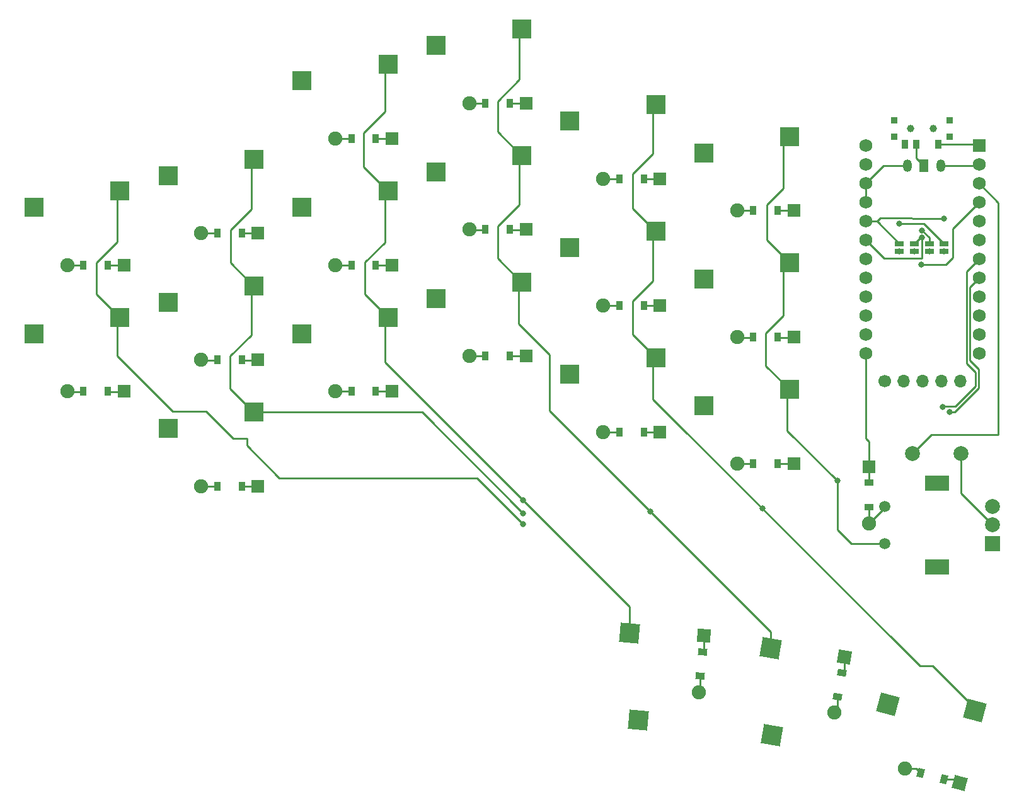
<source format=gbr>
%TF.GenerationSoftware,KiCad,Pcbnew,7.0.1-3b83917a11~171~ubuntu22.04.1*%
%TF.CreationDate,2023-03-24T21:38:12-04:00*%
%TF.ProjectId,whisper,77686973-7065-4722-9e6b-696361645f70,v1.0.0*%
%TF.SameCoordinates,Original*%
%TF.FileFunction,Copper,L1,Top*%
%TF.FilePolarity,Positive*%
%FSLAX46Y46*%
G04 Gerber Fmt 4.6, Leading zero omitted, Abs format (unit mm)*
G04 Created by KiCad (PCBNEW 7.0.1-3b83917a11~171~ubuntu22.04.1) date 2023-03-24 21:38:12*
%MOMM*%
%LPD*%
G01*
G04 APERTURE LIST*
G04 Aperture macros list*
%AMRotRect*
0 Rectangle, with rotation*
0 The origin of the aperture is its center*
0 $1 length*
0 $2 width*
0 $3 Rotation angle, in degrees counterclockwise*
0 Add horizontal line*
21,1,$1,$2,0,0,$3*%
G04 Aperture macros list end*
%TA.AperFunction,SMDPad,CuDef*%
%ADD10R,0.900000X0.900000*%
%TD*%
%TA.AperFunction,WasherPad*%
%ADD11C,1.000000*%
%TD*%
%TA.AperFunction,SMDPad,CuDef*%
%ADD12R,0.900000X1.250000*%
%TD*%
%TA.AperFunction,ComponentPad*%
%ADD13C,0.600000*%
%TD*%
%TA.AperFunction,SMDPad,CuDef*%
%ADD14RotRect,2.600000X2.600000X85.000000*%
%TD*%
%TA.AperFunction,SMDPad,CuDef*%
%ADD15R,2.600000X2.600000*%
%TD*%
%TA.AperFunction,ComponentPad*%
%ADD16R,1.778000X1.778000*%
%TD*%
%TA.AperFunction,SMDPad,CuDef*%
%ADD17R,0.900000X1.200000*%
%TD*%
%TA.AperFunction,ComponentPad*%
%ADD18C,1.905000*%
%TD*%
%TA.AperFunction,SMDPad,CuDef*%
%ADD19R,1.143000X0.635000*%
%TD*%
%TA.AperFunction,ComponentPad*%
%ADD20C,1.700000*%
%TD*%
%TA.AperFunction,ComponentPad*%
%ADD21O,1.700000X1.700000*%
%TD*%
%TA.AperFunction,ComponentPad*%
%ADD22R,1.752600X1.752600*%
%TD*%
%TA.AperFunction,ComponentPad*%
%ADD23C,1.752600*%
%TD*%
%TA.AperFunction,ComponentPad*%
%ADD24RotRect,1.778000X1.778000X265.000000*%
%TD*%
%TA.AperFunction,SMDPad,CuDef*%
%ADD25RotRect,0.900000X1.200000X265.000000*%
%TD*%
%TA.AperFunction,SMDPad,CuDef*%
%ADD26RotRect,2.600000X2.600000X80.000000*%
%TD*%
%TA.AperFunction,ComponentPad*%
%ADD27RotRect,1.778000X1.778000X260.000000*%
%TD*%
%TA.AperFunction,SMDPad,CuDef*%
%ADD28RotRect,0.900000X1.200000X260.000000*%
%TD*%
%TA.AperFunction,SMDPad,CuDef*%
%ADD29R,1.200000X0.900000*%
%TD*%
%TA.AperFunction,ComponentPad*%
%ADD30C,2.000000*%
%TD*%
%TA.AperFunction,ComponentPad*%
%ADD31O,1.200000X1.700000*%
%TD*%
%TA.AperFunction,ComponentPad*%
%ADD32R,1.200000X1.700000*%
%TD*%
%TA.AperFunction,ComponentPad*%
%ADD33R,3.200000X2.000000*%
%TD*%
%TA.AperFunction,ComponentPad*%
%ADD34C,1.500000*%
%TD*%
%TA.AperFunction,ComponentPad*%
%ADD35R,2.000000X2.000000*%
%TD*%
%TA.AperFunction,SMDPad,CuDef*%
%ADD36RotRect,2.600000X2.600000X345.000000*%
%TD*%
%TA.AperFunction,ComponentPad*%
%ADD37RotRect,1.778000X1.778000X165.000000*%
%TD*%
%TA.AperFunction,SMDPad,CuDef*%
%ADD38RotRect,0.900000X1.200000X165.000000*%
%TD*%
%TA.AperFunction,ViaPad*%
%ADD39C,0.800000*%
%TD*%
%TA.AperFunction,Conductor*%
%ADD40C,0.250000*%
%TD*%
G04 APERTURE END LIST*
D10*
%TO.P,T1,*%
%TO.N,*%
X252691727Y-82731727D03*
X252691727Y-84931727D03*
D11*
X254891727Y-83831727D03*
X257891727Y-83831727D03*
D10*
X260091727Y-82731727D03*
X260091727Y-84931727D03*
D12*
%TO.P,T1,1*%
%TO.N,RAW*%
X258641727Y-85906727D03*
%TO.P,T1,2*%
%TO.N,JST*%
X255641727Y-85906727D03*
%TO.P,T1,3*%
%TO.N,N/C*%
X254141727Y-85906727D03*
%TD*%
D13*
%TO.P,REF\u002A\u002A,1*%
%TO.N,col_1*%
X166591727Y-121941727D03*
%TD*%
%TO.P,REF\u002A\u002A,1*%
%TO.N,col_3*%
X202591727Y-70431727D03*
%TD*%
D14*
%TO.P,S18,1*%
%TO.N,col_2*%
X217149804Y-151650613D03*
%TO.P,S18,2*%
%TO.N,near_fan*%
X218334783Y-163348404D03*
%TD*%
D15*
%TO.P,S12,1*%
%TO.N,col_4*%
X220666727Y-114631727D03*
%TO.P,S12,2*%
%TO.N,index_bottom*%
X209116727Y-116831727D03*
%TD*%
D13*
%TO.P,REF\u002A\u002A,1*%
%TO.N,col_3*%
X202591727Y-87431727D03*
%TD*%
D16*
%TO.P,D14,1*%
%TO.N,row_3*%
X221201727Y-90581727D03*
D17*
X219041727Y-90581727D03*
%TO.P,D14,2*%
%TO.N,index_top*%
X215741727Y-90581727D03*
D18*
X213581727Y-90581727D03*
%TD*%
D13*
%TO.P,REF\u002A\u002A,1*%
%TO.N,middle_bottom*%
X191041727Y-106591727D03*
%TD*%
D16*
%TO.P,D12,1*%
%TO.N,row_1*%
X221201727Y-124581727D03*
D17*
X219041727Y-124581727D03*
%TO.P,D12,2*%
%TO.N,index_bottom*%
X215741727Y-124581727D03*
D18*
X213581727Y-124581727D03*
%TD*%
D16*
%TO.P,D9,1*%
%TO.N,row_1*%
X203201727Y-114381727D03*
D17*
X201041727Y-114381727D03*
%TO.P,D9,2*%
%TO.N,middle_bottom*%
X197741727Y-114381727D03*
D18*
X195581727Y-114381727D03*
%TD*%
D13*
%TO.P,REF\u002A\u002A,1*%
%TO.N,index_bottom*%
X209041727Y-116791727D03*
%TD*%
D16*
%TO.P,D16,1*%
%TO.N,row_2*%
X239201727Y-111831727D03*
D17*
X237041727Y-111831727D03*
%TO.P,D16,2*%
%TO.N,inner_home*%
X233741727Y-111831727D03*
D18*
X231581727Y-111831727D03*
%TD*%
D13*
%TO.P,REF\u002A\u002A,1*%
%TO.N,col_4*%
X220591727Y-97631727D03*
%TD*%
D15*
%TO.P,S5,1*%
%TO.N,col_1*%
X166666727Y-87941727D03*
%TO.P,S5,2*%
%TO.N,pinkie_top*%
X155116727Y-90141727D03*
%TD*%
%TO.P,S2,1*%
%TO.N,col_0*%
X148666727Y-92191727D03*
%TO.P,S2,2*%
%TO.N,outer_top*%
X137116727Y-94391727D03*
%TD*%
D16*
%TO.P,D8,1*%
%TO.N,row_3*%
X185201727Y-85141727D03*
D17*
X183041727Y-85141727D03*
%TO.P,D8,2*%
%TO.N,ring_top*%
X179741727Y-85141727D03*
D18*
X177581727Y-85141727D03*
%TD*%
D15*
%TO.P,S7,1*%
%TO.N,col_2*%
X184666727Y-92191727D03*
%TO.P,S7,2*%
%TO.N,ring_home*%
X173116727Y-94391727D03*
%TD*%
D13*
%TO.P,REF\u002A\u002A,1*%
%TO.N,pinkie_top*%
X155041727Y-90101727D03*
%TD*%
%TO.P,REF\u002A\u002A,1*%
%TO.N,col_4*%
X263467651Y-162047069D03*
%TD*%
D16*
%TO.P,D2,1*%
%TO.N,row_3*%
X149201727Y-102141727D03*
D17*
X147041727Y-102141727D03*
%TO.P,D2,2*%
%TO.N,outer_top*%
X143741727Y-102141727D03*
D18*
X141581727Y-102141727D03*
%TD*%
D13*
%TO.P,REF\u002A\u002A,1*%
%TO.N,pinkie_bottom*%
X155041727Y-124101727D03*
%TD*%
%TO.P,REF\u002A\u002A,1*%
%TO.N,col_1*%
X166591727Y-87941727D03*
%TD*%
%TO.P,REF\u002A\u002A,1*%
%TO.N,col_0*%
X148591727Y-92191727D03*
%TD*%
%TO.P,REF\u002A\u002A,1*%
%TO.N,inner_top*%
X227041727Y-87041727D03*
%TD*%
D15*
%TO.P,S17,1*%
%TO.N,col_5*%
X238666727Y-84881727D03*
%TO.P,S17,2*%
%TO.N,inner_top*%
X227116727Y-87081727D03*
%TD*%
D19*
%TO.P,J5,1*%
%TO.N,SCL*%
X255391727Y-99331347D03*
%TO.P,J5,2*%
%TO.N,J_pad2*%
X255391727Y-100332107D03*
%TD*%
D16*
%TO.P,D10,1*%
%TO.N,row_2*%
X203201727Y-97381727D03*
D17*
X201041727Y-97381727D03*
%TO.P,D10,2*%
%TO.N,middle_home*%
X197741727Y-97381727D03*
D18*
X195581727Y-97381727D03*
%TD*%
D15*
%TO.P,S10,1*%
%TO.N,col_3*%
X202666727Y-87431727D03*
%TO.P,S10,2*%
%TO.N,middle_home*%
X191116727Y-89631727D03*
%TD*%
%TO.P,S16,1*%
%TO.N,col_5*%
X238666727Y-101881727D03*
%TO.P,S16,2*%
%TO.N,inner_home*%
X227116727Y-104081727D03*
%TD*%
D19*
%TO.P,J1,1*%
%TO.N,CS*%
X259391727Y-99331347D03*
%TO.P,J1,2*%
%TO.N,J_pad4*%
X259391727Y-100332107D03*
%TD*%
D13*
%TO.P,REF\u002A\u002A,1*%
%TO.N,col_5*%
X238591727Y-118881727D03*
%TD*%
%TO.P,REF\u002A\u002A,1*%
%TO.N,col_5*%
X238591727Y-84881727D03*
%TD*%
D16*
%TO.P,D6,1*%
%TO.N,row_1*%
X185201727Y-119141727D03*
D17*
X183041727Y-119141727D03*
%TO.P,D6,2*%
%TO.N,ring_bottom*%
X179741727Y-119141727D03*
D18*
X177581727Y-119141727D03*
%TD*%
D13*
%TO.P,REF\u002A\u002A,1*%
%TO.N,col_5*%
X238591727Y-101881727D03*
%TD*%
D16*
%TO.P,D7,1*%
%TO.N,row_2*%
X185201727Y-102141727D03*
D17*
X183041727Y-102141727D03*
%TO.P,D7,2*%
%TO.N,ring_home*%
X179741727Y-102141727D03*
D18*
X177581727Y-102141727D03*
%TD*%
D13*
%TO.P,REF\u002A\u002A,1*%
%TO.N,pinkie_home*%
X155041727Y-107101727D03*
%TD*%
D16*
%TO.P,D15,1*%
%TO.N,row_1*%
X239201727Y-128831727D03*
D17*
X237041727Y-128831727D03*
%TO.P,D15,2*%
%TO.N,inner_bottom*%
X233741727Y-128831727D03*
D18*
X231581727Y-128831727D03*
%TD*%
D16*
%TO.P,D3,1*%
%TO.N,row_1*%
X167201727Y-131891727D03*
D17*
X165041727Y-131891727D03*
%TO.P,D3,2*%
%TO.N,pinkie_bottom*%
X161741727Y-131891727D03*
D18*
X159581727Y-131891727D03*
%TD*%
D13*
%TO.P,REF\u002A\u002A,1*%
%TO.N,col_3*%
X236095249Y-153696853D03*
%TD*%
D16*
%TO.P,D1,1*%
%TO.N,row_2*%
X149201727Y-119141727D03*
D17*
X147041727Y-119141727D03*
%TO.P,D1,2*%
%TO.N,outer_home*%
X143741727Y-119141727D03*
D18*
X141581727Y-119141727D03*
%TD*%
D13*
%TO.P,REF\u002A\u002A,1*%
%TO.N,home_fan*%
X236216797Y-165446463D03*
%TD*%
D16*
%TO.P,D5,1*%
%TO.N,row_3*%
X167201727Y-97891727D03*
D17*
X165041727Y-97891727D03*
%TO.P,D5,2*%
%TO.N,pinkie_top*%
X161741727Y-97891727D03*
D18*
X159581727Y-97891727D03*
%TD*%
D15*
%TO.P,S15,1*%
%TO.N,col_5*%
X238666727Y-118881727D03*
%TO.P,S15,2*%
%TO.N,inner_bottom*%
X227116727Y-121081727D03*
%TD*%
D20*
%TO.P,REF\u002A,1*%
%TO.N,J_pad1*%
X251391727Y-117741727D03*
D21*
%TO.P,REF\u002A,2*%
%TO.N,J_pad2*%
X253931727Y-117741727D03*
%TO.P,REF\u002A,3*%
%TO.N,VCC*%
X256471727Y-117741727D03*
%TO.P,REF\u002A,4*%
%TO.N,J_pad3*%
X259011727Y-117741727D03*
%TO.P,REF\u002A,5*%
%TO.N,J_pad4*%
X261551727Y-117741727D03*
%TD*%
D16*
%TO.P,D13,1*%
%TO.N,row_2*%
X221201727Y-107581727D03*
D17*
X219041727Y-107581727D03*
%TO.P,D13,2*%
%TO.N,index_home*%
X215741727Y-107581727D03*
D18*
X213581727Y-107581727D03*
%TD*%
D13*
%TO.P,REF\u002A\u002A,1*%
%TO.N,col_4*%
X220591727Y-80631727D03*
%TD*%
%TO.P,REF\u002A\u002A,1*%
%TO.N,outer_home*%
X137041727Y-111351727D03*
%TD*%
%TO.P,REF\u002A\u002A,1*%
%TO.N,col_4*%
X220591727Y-114631727D03*
%TD*%
D15*
%TO.P,S9,1*%
%TO.N,col_3*%
X202666727Y-104431727D03*
%TO.P,S9,2*%
%TO.N,middle_bottom*%
X191116727Y-106631727D03*
%TD*%
D13*
%TO.P,REF\u002A\u002A,1*%
%TO.N,far_fan*%
X251752159Y-161144109D03*
%TD*%
D15*
%TO.P,S8,1*%
%TO.N,col_2*%
X184666727Y-75191727D03*
%TO.P,S8,2*%
%TO.N,ring_top*%
X173116727Y-77391727D03*
%TD*%
D13*
%TO.P,REF\u002A\u002A,1*%
%TO.N,middle_home*%
X191041727Y-89591727D03*
%TD*%
%TO.P,REF\u002A\u002A,1*%
%TO.N,ring_bottom*%
X173041727Y-111351727D03*
%TD*%
%TO.P,REF\u002A\u002A,1*%
%TO.N,col_3*%
X202591727Y-104431727D03*
%TD*%
%TO.P,REF\u002A\u002A,1*%
%TO.N,near_fan*%
X218288399Y-163419633D03*
%TD*%
D19*
%TO.P,J3,1*%
%TO.N,GND*%
X257391727Y-99331347D03*
%TO.P,J3,2*%
%TO.N,J_pad3*%
X257391727Y-100332107D03*
%TD*%
D22*
%TO.P,MCU1,1*%
%TO.N,RAW*%
X264081727Y-86133727D03*
D23*
%TO.P,MCU1,2*%
%TO.N,GND*%
X264081727Y-88673727D03*
%TO.P,MCU1,3*%
%TO.N,RST*%
X264081727Y-91213727D03*
%TO.P,MCU1,4*%
%TO.N,VCC*%
X264081727Y-93753727D03*
%TO.P,MCU1,5*%
%TO.N,ENCB*%
X264081727Y-96293727D03*
%TO.P,MCU1,6*%
%TO.N,ENCA*%
X264081727Y-98833727D03*
%TO.P,MCU1,7*%
%TO.N,col_5*%
X264081727Y-101373727D03*
%TO.P,MCU1,8*%
%TO.N,col_4*%
X264081727Y-103913727D03*
%TO.P,MCU1,9*%
%TO.N,col_3*%
X264081727Y-106453727D03*
%TO.P,MCU1,10*%
%TO.N,col_2*%
X264081727Y-108993727D03*
%TO.P,MCU1,11*%
%TO.N,col_1*%
X264081727Y-111533727D03*
%TO.P,MCU1,12*%
%TO.N,col_0*%
X264081727Y-114073727D03*
%TO.P,MCU1,13*%
%TO.N,CS*%
X248841727Y-86133727D03*
%TO.P,MCU1,14*%
%TO.N,P0*%
X248841727Y-88673727D03*
%TO.P,MCU1,15*%
%TO.N,GND*%
X248841727Y-91213727D03*
%TO.P,MCU1,16*%
X248841727Y-93753727D03*
%TO.P,MCU1,17*%
%TO.N,SDA*%
X248841727Y-96293727D03*
%TO.P,MCU1,18*%
%TO.N,SCL*%
X248841727Y-98833727D03*
%TO.P,MCU1,19*%
%TO.N,N/C*%
X248841727Y-101373727D03*
%TO.P,MCU1,20*%
X248841727Y-103913727D03*
%TO.P,MCU1,21*%
%TO.N,row_3*%
X248841727Y-106453727D03*
%TO.P,MCU1,22*%
%TO.N,row_2*%
X248841727Y-108993727D03*
%TO.P,MCU1,23*%
%TO.N,row_1*%
X248841727Y-111533727D03*
%TO.P,MCU1,24*%
%TO.N,row_0*%
X248841727Y-114073727D03*
%TD*%
D13*
%TO.P,REF\u002A\u002A,1*%
%TO.N,ring_home*%
X173041727Y-94351727D03*
%TD*%
%TO.P,REF\u002A\u002A,1*%
%TO.N,ring_top*%
X173041727Y-77351727D03*
%TD*%
%TO.P,REF\u002A\u002A,1*%
%TO.N,col_2*%
X184591727Y-109191727D03*
%TD*%
D15*
%TO.P,S14,1*%
%TO.N,col_4*%
X220666727Y-80631727D03*
%TO.P,S14,2*%
%TO.N,index_top*%
X209116727Y-82831727D03*
%TD*%
D16*
%TO.P,D4,1*%
%TO.N,row_2*%
X167201727Y-114891727D03*
D17*
X165041727Y-114891727D03*
%TO.P,D4,2*%
%TO.N,pinkie_home*%
X161741727Y-114891727D03*
D18*
X159581727Y-114891727D03*
%TD*%
D24*
%TO.P,D18,1*%
%TO.N,row_0*%
X227108569Y-151984848D03*
D25*
X226920313Y-154136629D03*
%TO.P,D18,2*%
%TO.N,near_fan*%
X226632699Y-157424071D03*
D18*
X226444443Y-159575852D03*
%TD*%
D13*
%TO.P,REF\u002A\u002A,1*%
%TO.N,inner_home*%
X227041727Y-104041727D03*
%TD*%
D19*
%TO.P,J7,1*%
%TO.N,SDA*%
X253391727Y-99331347D03*
%TO.P,J7,2*%
%TO.N,J_pad1*%
X253391727Y-100332107D03*
%TD*%
D26*
%TO.P,S19,1*%
%TO.N,col_3*%
X236108273Y-153622993D03*
%TO.P,S19,2*%
%TO.N,home_fan*%
X236269213Y-165379548D03*
%TD*%
D27*
%TO.P,D19,1*%
%TO.N,row_0*%
X246000012Y-154823920D03*
D28*
X245624931Y-156951105D03*
%TO.P,D19,2*%
%TO.N,home_fan*%
X245051893Y-160200971D03*
D18*
X244676812Y-162328156D03*
%TD*%
D16*
%TO.P,D21,1*%
%TO.N,row_0*%
X249280000Y-129250000D03*
D29*
X249280000Y-131410000D03*
%TO.P,D21,2*%
%TO.N,r_diode*%
X249280000Y-134710000D03*
D18*
X249280000Y-136870000D03*
%TD*%
D13*
%TO.P,REF\u002A\u002A,1*%
%TO.N,col_2*%
X184591727Y-92191727D03*
%TD*%
D16*
%TO.P,D17,1*%
%TO.N,row_3*%
X239201727Y-94831727D03*
D17*
X237041727Y-94831727D03*
%TO.P,D17,2*%
%TO.N,inner_top*%
X233741727Y-94831727D03*
D18*
X231581727Y-94831727D03*
%TD*%
D13*
%TO.P,REF\u002A\u002A,1*%
%TO.N,col_1*%
X166591727Y-104941727D03*
%TD*%
%TO.P,REF\u002A\u002A,1*%
%TO.N,inner_bottom*%
X227041727Y-121041727D03*
%TD*%
D30*
%TO.P,RSW1,1*%
%TO.N,RST*%
X255150000Y-127500000D03*
%TO.P,RSW1,2*%
%TO.N,GND*%
X261650000Y-127500000D03*
%TD*%
D13*
%TO.P,REF\u002A\u002A,1*%
%TO.N,col_0*%
X148591727Y-109191727D03*
%TD*%
D31*
%TO.P,JST REV1,1*%
%TO.N,GND*%
X254441727Y-88831727D03*
D32*
%TO.N,JST*%
X256691727Y-88831727D03*
D31*
%TO.P,JST REV1,2*%
%TO.N,GND*%
X258941727Y-88831727D03*
%TD*%
D33*
%TO.P,ROT1,*%
%TO.N,*%
X258400000Y-142700000D03*
X258400000Y-131500000D03*
D34*
%TO.P,ROT1,1*%
%TO.N,col_5*%
X251400000Y-139600000D03*
%TO.P,ROT1,2*%
%TO.N,r_diode*%
X251400000Y-134600000D03*
D35*
%TO.P,ROT1,A*%
%TO.N,ENCA*%
X265900000Y-139600000D03*
D30*
%TO.P,ROT1,B*%
%TO.N,ENCB*%
X265900000Y-134600000D03*
%TO.P,ROT1,C*%
%TO.N,GND*%
X265900000Y-137100000D03*
%TD*%
D13*
%TO.P,REF\u002A\u002A,1*%
%TO.N,index_home*%
X209041727Y-99791727D03*
%TD*%
D15*
%TO.P,S11,1*%
%TO.N,col_3*%
X202666727Y-70431727D03*
%TO.P,S11,2*%
%TO.N,middle_top*%
X191116727Y-72631727D03*
%TD*%
%TO.P,S1,1*%
%TO.N,col_0*%
X148666727Y-109191727D03*
%TO.P,S1,2*%
%TO.N,outer_home*%
X137116727Y-111391727D03*
%TD*%
%TO.P,S4,1*%
%TO.N,col_1*%
X166666727Y-104941727D03*
%TO.P,S4,2*%
%TO.N,pinkie_home*%
X155116727Y-107141727D03*
%TD*%
D36*
%TO.P,S20,1*%
%TO.N,col_4*%
X263540095Y-162066481D03*
%TO.P,S20,2*%
%TO.N,far_fan*%
X251814250Y-161202158D03*
%TD*%
D15*
%TO.P,S3,1*%
%TO.N,col_1*%
X166666727Y-121941727D03*
%TO.P,S3,2*%
%TO.N,pinkie_bottom*%
X155116727Y-124141727D03*
%TD*%
D13*
%TO.P,REF\u002A\u002A,1*%
%TO.N,outer_top*%
X137041727Y-94351727D03*
%TD*%
%TO.P,REF\u002A\u002A,1*%
%TO.N,index_top*%
X209041727Y-82791727D03*
%TD*%
%TO.P,REF\u002A\u002A,1*%
%TO.N,col_2*%
X184591727Y-75191727D03*
%TD*%
%TO.P,REF\u002A\u002A,1*%
%TO.N,col_2*%
X217143267Y-151725327D03*
%TD*%
D15*
%TO.P,S13,1*%
%TO.N,col_4*%
X220666727Y-97631727D03*
%TO.P,S13,2*%
%TO.N,index_home*%
X209116727Y-99831727D03*
%TD*%
D16*
%TO.P,D11,1*%
%TO.N,row_3*%
X203201727Y-80381727D03*
D17*
X201041727Y-80381727D03*
%TO.P,D11,2*%
%TO.N,middle_top*%
X197741727Y-80381727D03*
D18*
X195581727Y-80381727D03*
%TD*%
D37*
%TO.P,D20,1*%
%TO.N,row_0*%
X261481616Y-171815911D03*
D38*
X259395217Y-171256861D03*
%TO.P,D20,2*%
%TO.N,far_fan*%
X256207661Y-170402759D03*
D18*
X254121262Y-169843709D03*
%TD*%
D13*
%TO.P,REF\u002A\u002A,1*%
%TO.N,middle_top*%
X191041727Y-72591727D03*
%TD*%
D15*
%TO.P,S6,1*%
%TO.N,col_2*%
X184666727Y-109191727D03*
%TO.P,S6,2*%
%TO.N,ring_bottom*%
X173116727Y-111391727D03*
%TD*%
D39*
%TO.N,col_0*%
X202850000Y-137000000D03*
%TO.N,col_1*%
X202850000Y-135500000D03*
%TO.N,col_2*%
X202850000Y-133800000D03*
%TO.N,col_3*%
X219900000Y-135250000D03*
%TO.N,col_4*%
X260100000Y-121900000D03*
X234975000Y-134875000D03*
%TO.N,col_5*%
X259200000Y-121250000D03*
X245025500Y-131150000D03*
%TO.N,GND*%
X256391727Y-97491727D03*
%TO.N,VCC*%
X256341727Y-102091727D03*
%TO.N,CS*%
X253341727Y-96591727D03*
%TO.N,SDA*%
X259341727Y-95891727D03*
%TO.N,SCL*%
X256391727Y-98491727D03*
%TO.N,J_pad4*%
X259391727Y-100341727D03*
%TO.N,J_pad3*%
X257391727Y-100341727D03*
%TO.N,J_pad2*%
X255391727Y-100341727D03*
%TO.N,J_pad1*%
X253391727Y-100341727D03*
%TD*%
D40*
%TO.N,col_0*%
X148291727Y-92491727D02*
X148291727Y-99041727D01*
X160246726Y-121791727D02*
X163896726Y-125441727D01*
X148291727Y-114341727D02*
X155741727Y-121791727D01*
X165691727Y-126425411D02*
X170058043Y-130791727D01*
X148591727Y-92191727D02*
X148291727Y-92491727D01*
X145491727Y-106091727D02*
X148591727Y-109191727D01*
X145491727Y-101841727D02*
X145491727Y-106091727D01*
X163896726Y-125441727D02*
X165691727Y-125441727D01*
X165691727Y-125441727D02*
X165691727Y-126425411D01*
X196641727Y-130791727D02*
X202850000Y-137000000D01*
X170058043Y-130791727D02*
X196641727Y-130791727D01*
X148591727Y-109191727D02*
X148291727Y-109491727D01*
X148291727Y-99041727D02*
X145491727Y-101841727D01*
X155741727Y-121791727D02*
X160246726Y-121791727D01*
X148291727Y-109491727D02*
X148291727Y-114341727D01*
%TO.N,outer_home*%
X141571727Y-119191727D02*
X143731727Y-119191727D01*
%TO.N,outer_top*%
X141571727Y-102141727D02*
X143731727Y-102141727D01*
%TO.N,col_1*%
X166591727Y-87941727D02*
X166291727Y-88241727D01*
X166591727Y-104941727D02*
X166291727Y-105241727D01*
X166291727Y-88241727D02*
X166291727Y-94641727D01*
X163491727Y-101841727D02*
X166591727Y-104941727D01*
X166291727Y-105241727D02*
X166291727Y-111541727D01*
X163491727Y-97441727D02*
X163491727Y-101841727D01*
X166291727Y-94641727D02*
X163491727Y-97441727D01*
X163441727Y-114391727D02*
X163441727Y-118791727D01*
X163441727Y-118791727D02*
X166591727Y-121941727D01*
X166591727Y-121941727D02*
X189291727Y-121941727D01*
X166291727Y-111541727D02*
X163441727Y-114391727D01*
X189291727Y-121941727D02*
X202850000Y-135500000D01*
%TO.N,pinkie_bottom*%
X159571727Y-131941727D02*
X161731727Y-131941727D01*
%TO.N,pinkie_home*%
X159621727Y-114991727D02*
X161781727Y-114991727D01*
%TO.N,pinkie_top*%
X159571727Y-97891727D02*
X161731727Y-97891727D01*
%TO.N,col_2*%
X184291727Y-81491727D02*
X181391727Y-84391727D01*
X184291727Y-115241727D02*
X184291727Y-109491727D01*
X181591727Y-101791727D02*
X181591727Y-106116727D01*
X217149804Y-148099804D02*
X217149804Y-151650613D01*
X184591727Y-75191727D02*
X184291727Y-75491727D01*
X181391727Y-88991727D02*
X184591727Y-92191727D01*
X184291727Y-109491727D02*
X184591727Y-109191727D01*
X184291727Y-99091727D02*
X181591727Y-101791727D01*
X202850000Y-133800000D02*
X184291727Y-115241727D01*
X184591727Y-92191727D02*
X184291727Y-92491727D01*
X181591727Y-106116727D02*
X184666727Y-109191727D01*
X184291727Y-75491727D02*
X184291727Y-81491727D01*
X184291727Y-92491727D02*
X184291727Y-99091727D01*
X181391727Y-84391727D02*
X181391727Y-88991727D01*
X202850000Y-133800000D02*
X217149804Y-148099804D01*
%TO.N,ring_bottom*%
X177571727Y-119141727D02*
X179731727Y-119141727D01*
%TO.N,ring_home*%
X177621727Y-102191727D02*
X179781727Y-102191727D01*
%TO.N,ring_top*%
X177521727Y-85191727D02*
X179681727Y-85191727D01*
%TO.N,col_3*%
X199391727Y-80141727D02*
X199391727Y-84231727D01*
X202191727Y-104906727D02*
X202191727Y-110041727D01*
X199441727Y-101281727D02*
X202591727Y-104431727D01*
X236108273Y-151458273D02*
X236108273Y-153622993D01*
X202591727Y-70431727D02*
X202291727Y-70731727D01*
X202191727Y-110041727D02*
X206391727Y-114241727D01*
X202291727Y-94091727D02*
X199441727Y-96941727D01*
X199391727Y-84231727D02*
X202591727Y-87431727D01*
X206391727Y-121741727D02*
X236108273Y-151458273D01*
X202291727Y-77241727D02*
X199391727Y-80141727D01*
X202666727Y-104431727D02*
X202191727Y-104906727D01*
X202291727Y-70731727D02*
X202291727Y-77241727D01*
X202591727Y-87431727D02*
X202291727Y-87731727D01*
X206391727Y-114241727D02*
X206391727Y-121741727D01*
X202291727Y-87731727D02*
X202291727Y-94091727D01*
X199441727Y-96941727D02*
X199441727Y-101281727D01*
%TO.N,middle_bottom*%
X195571727Y-114391727D02*
X197731727Y-114391727D01*
%TO.N,middle_home*%
X195621727Y-97441727D02*
X197781727Y-97441727D01*
%TO.N,middle_top*%
X195571727Y-80391727D02*
X197731727Y-80391727D01*
%TO.N,col_4*%
X217541727Y-89941727D02*
X217541727Y-94581727D01*
X217541727Y-94581727D02*
X220591727Y-97631727D01*
X220291727Y-87191727D02*
X217541727Y-89941727D01*
X217541727Y-107041727D02*
X217541727Y-111506727D01*
X220591727Y-97631727D02*
X220291727Y-97931727D01*
X262880427Y-105115027D02*
X264081727Y-103913727D01*
X220291727Y-80931727D02*
X220291727Y-87191727D01*
X217541727Y-111506727D02*
X220666727Y-114631727D01*
X220291727Y-120191727D02*
X256141727Y-156041727D01*
X264050000Y-116150000D02*
X262880427Y-114980427D01*
X220591727Y-114631727D02*
X220291727Y-114931727D01*
X260100000Y-121900000D02*
X260800000Y-121900000D01*
X220291727Y-104291727D02*
X217541727Y-107041727D01*
X220591727Y-80631727D02*
X220291727Y-80931727D01*
X262880427Y-114980427D02*
X262880427Y-105115027D01*
X220291727Y-114931727D02*
X220291727Y-120191727D01*
X257851217Y-156041727D02*
X263540095Y-161730605D01*
X260800000Y-121900000D02*
X264050000Y-118650000D01*
X264050000Y-118650000D02*
X264050000Y-116150000D01*
X256141727Y-156041727D02*
X257851217Y-156041727D01*
X220291727Y-97931727D02*
X220291727Y-104291727D01*
X263540095Y-161730605D02*
X263540095Y-162066481D01*
%TO.N,index_bottom*%
X213571727Y-124641727D02*
X215731727Y-124641727D01*
%TO.N,index_home*%
X213571727Y-107641727D02*
X215731727Y-107641727D01*
%TO.N,index_top*%
X213571727Y-90591727D02*
X215731727Y-90591727D01*
%TO.N,col_5*%
X235541727Y-98831727D02*
X238591727Y-101881727D01*
X237816727Y-102656727D02*
X237816727Y-108966727D01*
X238591727Y-84881727D02*
X237816727Y-85656727D01*
X260888604Y-121175000D02*
X263600000Y-118463604D01*
X262430427Y-103025027D02*
X264081727Y-101373727D01*
X262430427Y-115380427D02*
X262430427Y-103025027D01*
X237816727Y-91816727D02*
X235541727Y-94091727D01*
X238291727Y-119181727D02*
X238291727Y-124416227D01*
X245025500Y-131150000D02*
X245025500Y-134422158D01*
X263600000Y-118463604D02*
X263600000Y-116550000D01*
X237816727Y-85656727D02*
X237816727Y-91816727D01*
X245025500Y-134422158D02*
X245050000Y-134446658D01*
X238291727Y-124416227D02*
X245025500Y-131150000D01*
X238591727Y-101881727D02*
X237816727Y-102656727D01*
X245050000Y-134446658D02*
X245050000Y-137750000D01*
X263600000Y-116550000D02*
X262430427Y-115380427D01*
X259275000Y-121175000D02*
X260888604Y-121175000D01*
X235441727Y-115641727D02*
X235441727Y-115731727D01*
X245050000Y-137750000D02*
X246900000Y-139600000D01*
X235541727Y-94091727D02*
X235541727Y-98831727D01*
X237816727Y-108966727D02*
X235441727Y-111341727D01*
X235441727Y-111341727D02*
X235441727Y-115641727D01*
X246900000Y-139600000D02*
X251400000Y-139600000D01*
X238591727Y-118881727D02*
X238291727Y-119181727D01*
X259200000Y-121250000D02*
X259275000Y-121175000D01*
X235441727Y-115731727D02*
X238591727Y-118881727D01*
%TO.N,inner_bottom*%
X231571727Y-128891727D02*
X233731727Y-128891727D01*
%TO.N,inner_home*%
X231521727Y-111891727D02*
X233681727Y-111891727D01*
%TO.N,inner_top*%
X231581727Y-94831727D02*
X233741727Y-94831727D01*
%TO.N,near_fan*%
X226632699Y-159387596D02*
X226444443Y-159575852D01*
X226632699Y-157424071D02*
X226632699Y-159387596D01*
%TO.N,home_fan*%
X245051893Y-160200971D02*
X245051893Y-161953075D01*
X245051893Y-161953075D02*
X244676812Y-162328156D01*
%TO.N,far_fan*%
X255648611Y-169843709D02*
X256207661Y-170402759D01*
X254121262Y-169843709D02*
X255648611Y-169843709D01*
%TO.N,row_2*%
X201081727Y-97441727D02*
X203241727Y-97441727D01*
X165081727Y-114991727D02*
X167241727Y-114991727D01*
X236981727Y-111891727D02*
X239141727Y-111891727D01*
X219031727Y-107641727D02*
X221191727Y-107641727D01*
X147031727Y-119191727D02*
X149191727Y-119191727D01*
X183081727Y-102191727D02*
X185241727Y-102191727D01*
%TO.N,row_3*%
X147031727Y-102141727D02*
X149191727Y-102141727D01*
X237041727Y-94831727D02*
X239201727Y-94831727D01*
X219031727Y-90591727D02*
X221191727Y-90591727D01*
X165031727Y-97891727D02*
X167191727Y-97891727D01*
X182981727Y-85191727D02*
X185141727Y-85191727D01*
X201031727Y-80391727D02*
X203191727Y-80391727D01*
%TO.N,row_1*%
X219031727Y-124641727D02*
X221191727Y-124641727D01*
X183031727Y-119141727D02*
X185191727Y-119141727D01*
X237031727Y-128891727D02*
X239191727Y-128891727D01*
X165031727Y-131941727D02*
X167191727Y-131941727D01*
X201031727Y-114391727D02*
X203191727Y-114391727D01*
%TO.N,row_0*%
X248841727Y-125471727D02*
X249280000Y-125910000D01*
X259395217Y-171256861D02*
X260922566Y-171256861D01*
X260922566Y-171256861D02*
X261481616Y-171815911D01*
X249280000Y-129250000D02*
X249280000Y-131410000D01*
X246000012Y-156576024D02*
X245624931Y-156951105D01*
X227108569Y-153948373D02*
X226920313Y-154136629D01*
X227108569Y-151984848D02*
X227108569Y-153948373D01*
X246000012Y-154823920D02*
X246000012Y-156576024D01*
X249280000Y-125910000D02*
X249280000Y-129250000D01*
X248841727Y-114073727D02*
X248841727Y-125471727D01*
%TO.N,RAW*%
X258641727Y-85906727D02*
X263854727Y-85906727D01*
X263854727Y-85906727D02*
X264081727Y-86133727D01*
%TO.N,GND*%
X261650000Y-132850000D02*
X265900000Y-137100000D01*
X261650000Y-127500000D02*
X261650000Y-132850000D01*
X256417032Y-97491727D02*
X257391727Y-98466422D01*
X248841727Y-91213727D02*
X248841727Y-93753727D01*
X257391727Y-98466422D02*
X257391727Y-99331347D01*
X251223727Y-88831727D02*
X248841727Y-91213727D01*
X258941727Y-88831727D02*
X263923727Y-88831727D01*
X256391727Y-97491727D02*
X256417032Y-97491727D01*
X263923727Y-88831727D02*
X264081727Y-88673727D01*
X254441727Y-88831727D02*
X251223727Y-88831727D01*
%TO.N,RST*%
X266650000Y-93782000D02*
X264081727Y-91213727D01*
X257700000Y-124950000D02*
X266650000Y-124950000D01*
X255150000Y-127500000D02*
X257700000Y-124950000D01*
X266650000Y-124950000D02*
X266650000Y-93782000D01*
%TO.N,VCC*%
X259641727Y-102091727D02*
X256341727Y-102091727D01*
X264081727Y-93753727D02*
X260591727Y-97243727D01*
X260591727Y-101141727D02*
X259641727Y-102091727D01*
X260591727Y-97243727D02*
X260591727Y-101141727D01*
%TO.N,CS*%
X256652107Y-96591727D02*
X259391727Y-99331347D01*
X253341727Y-96591727D02*
X256652107Y-96591727D01*
%TO.N,SDA*%
X248841727Y-96293727D02*
X250354107Y-96293727D01*
X250354107Y-96293727D02*
X253391727Y-99331347D01*
X259341727Y-95891727D02*
X259366727Y-95866727D01*
X250354107Y-96293727D02*
X250781107Y-95866727D01*
X259366727Y-95866727D02*
X259391727Y-95891727D01*
X250781107Y-95866727D02*
X259341727Y-95891727D01*
%TO.N,SCL*%
X256391727Y-101291727D02*
X251299727Y-101291727D01*
X251299727Y-101291727D02*
X248841727Y-98833727D01*
X256231347Y-98491727D02*
X255391727Y-99331347D01*
X256391727Y-98491727D02*
X256391727Y-101291727D01*
X256391727Y-98491727D02*
X256231347Y-98491727D01*
%TO.N,JST*%
X255641727Y-87781727D02*
X256691727Y-88831727D01*
X255641727Y-85906727D02*
X255641727Y-87781727D01*
%TO.N,r_diode*%
X251400000Y-134750000D02*
X251400000Y-134600000D01*
X249280000Y-136870000D02*
X251400000Y-134750000D01*
X249280000Y-134710000D02*
X249280000Y-136870000D01*
%TD*%
M02*

</source>
